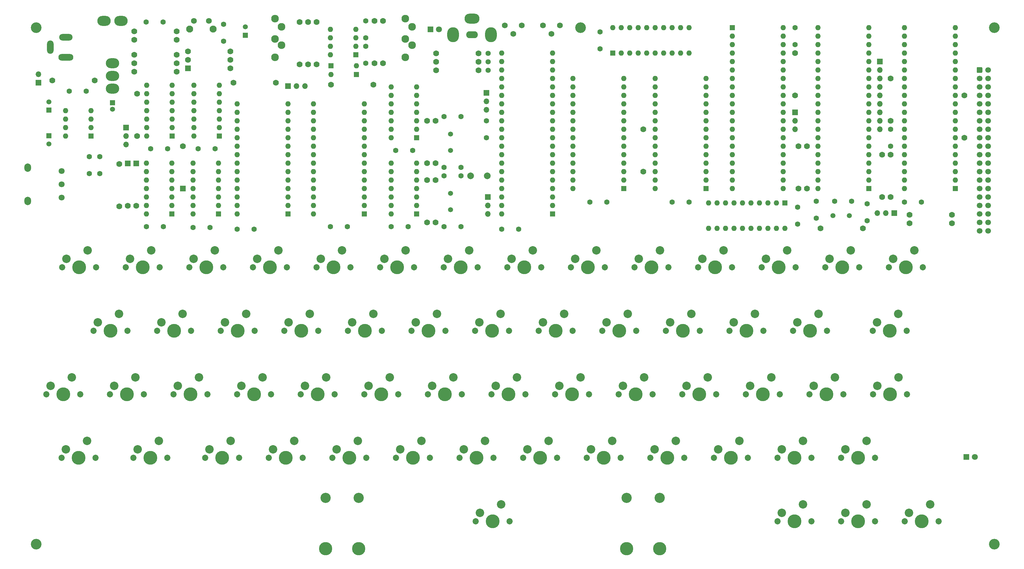
<source format=gbs>
G04 #@! TF.GenerationSoftware,KiCad,Pcbnew,(5.1.9)-1*
G04 #@! TF.CreationDate,2026-01-18T09:55:11+01:00*
G04 #@! TF.ProjectId,COMIX-35,434f4d49-582d-4333-952e-6b696361645f,1.2a*
G04 #@! TF.SameCoordinates,PX2b9a1c0PYd52a500*
G04 #@! TF.FileFunction,Soldermask,Bot*
G04 #@! TF.FilePolarity,Negative*
%FSLAX46Y46*%
G04 Gerber Fmt 4.6, Leading zero omitted, Abs format (unit mm)*
G04 Created by KiCad (PCBNEW (5.1.9)-1) date 2026-01-18 09:55:11*
%MOMM*%
%LPD*%
G01*
G04 APERTURE LIST*
%ADD10C,1.800000*%
%ADD11O,2.000000X2.500000*%
%ADD12C,1.574800*%
%ADD13O,1.600000X1.600000*%
%ADD14R,1.600000X1.600000*%
%ADD15C,1.778000*%
%ADD16C,3.200000*%
%ADD17C,1.700000*%
%ADD18O,4.500000X3.000000*%
%ADD19O,3.500000X4.500000*%
%ADD20O,3.500000X2.100000*%
%ADD21C,2.100000*%
%ADD22C,1.750000*%
%ADD23O,4.000000X3.000000*%
%ADD24C,4.140200*%
%ADD25C,1.854200*%
%ADD26C,2.540000*%
%ADD27C,2.300000*%
%ADD28C,2.000000*%
%ADD29C,1.600200*%
%ADD30C,1.500000*%
%ADD31R,1.500000X1.500000*%
%ADD32R,1.778000X1.778000*%
%ADD33O,2.000000X4.000000*%
%ADD34O,4.000000X2.000000*%
%ADD35O,4.500000X2.000000*%
%ADD36R,1.700000X1.700000*%
%ADD37O,1.700000X1.700000*%
%ADD38R,1.800000X1.800000*%
%ADD39C,3.048000*%
%ADD40C,3.987800*%
G04 APERTURE END LIST*
D10*
X11437000Y109030000D03*
X11437000Y113030000D03*
X11437000Y117030000D03*
D11*
X1270000Y108030000D03*
X1270000Y118030000D03*
D12*
X139192000Y147193000D03*
X139192000Y149733000D03*
X139192000Y152273000D03*
D13*
X176530000Y160020000D03*
X199390000Y152400000D03*
X179070000Y160020000D03*
X196850000Y152400000D03*
X181610000Y160020000D03*
X194310000Y152400000D03*
X184150000Y160020000D03*
X191770000Y152400000D03*
X186690000Y160020000D03*
X189230000Y152400000D03*
X189230000Y160020000D03*
X186690000Y152400000D03*
X191770000Y160020000D03*
X184150000Y152400000D03*
X194310000Y160020000D03*
X181610000Y152400000D03*
X196850000Y160020000D03*
X179070000Y152400000D03*
X199390000Y160020000D03*
D14*
X176530000Y152400000D03*
D13*
X228092000Y99822000D03*
X205232000Y107442000D03*
X225552000Y99822000D03*
X207772000Y107442000D03*
X223012000Y99822000D03*
X210312000Y107442000D03*
X220472000Y99822000D03*
X212852000Y107442000D03*
X217932000Y99822000D03*
X215392000Y107442000D03*
X215392000Y99822000D03*
X217932000Y107442000D03*
X212852000Y99822000D03*
X220472000Y107442000D03*
X210312000Y99822000D03*
X223012000Y107442000D03*
X207772000Y99822000D03*
X225552000Y107442000D03*
X205232000Y99822000D03*
D14*
X228092000Y107442000D03*
D13*
X86868000Y104140000D03*
X102108000Y137160000D03*
X86868000Y106680000D03*
X102108000Y134620000D03*
X86868000Y109220000D03*
X102108000Y132080000D03*
X86868000Y111760000D03*
X102108000Y129540000D03*
X86868000Y114300000D03*
X102108000Y127000000D03*
X86868000Y116840000D03*
X102108000Y124460000D03*
X86868000Y119380000D03*
X102108000Y121920000D03*
X86868000Y121920000D03*
X102108000Y119380000D03*
X86868000Y124460000D03*
X102108000Y116840000D03*
X86868000Y127000000D03*
X102108000Y114300000D03*
X86868000Y129540000D03*
X102108000Y111760000D03*
X86868000Y132080000D03*
X102108000Y109220000D03*
X86868000Y134620000D03*
X102108000Y106680000D03*
X86868000Y137160000D03*
D14*
X102108000Y104140000D03*
D13*
X64008000Y104140000D03*
X79248000Y137160000D03*
X64008000Y106680000D03*
X79248000Y134620000D03*
X64008000Y109220000D03*
X79248000Y132080000D03*
X64008000Y111760000D03*
X79248000Y129540000D03*
X64008000Y114300000D03*
X79248000Y127000000D03*
X64008000Y116840000D03*
X79248000Y124460000D03*
X64008000Y119380000D03*
X79248000Y121920000D03*
X64008000Y121920000D03*
X79248000Y119380000D03*
X64008000Y124460000D03*
X79248000Y116840000D03*
X64008000Y127000000D03*
X79248000Y114300000D03*
X64008000Y129540000D03*
X79248000Y111760000D03*
X64008000Y132080000D03*
X79248000Y109220000D03*
X64008000Y134620000D03*
X79248000Y106680000D03*
X64008000Y137160000D03*
D14*
X79248000Y104140000D03*
D13*
X164592000Y111760000D03*
X179832000Y144780000D03*
X164592000Y114300000D03*
X179832000Y142240000D03*
X164592000Y116840000D03*
X179832000Y139700000D03*
X164592000Y119380000D03*
X179832000Y137160000D03*
X164592000Y121920000D03*
X179832000Y134620000D03*
X164592000Y124460000D03*
X179832000Y132080000D03*
X164592000Y127000000D03*
X179832000Y129540000D03*
X164592000Y129540000D03*
X179832000Y127000000D03*
X164592000Y132080000D03*
X179832000Y124460000D03*
X164592000Y134620000D03*
X179832000Y121920000D03*
X164592000Y137160000D03*
X179832000Y119380000D03*
X164592000Y139700000D03*
X179832000Y116840000D03*
X164592000Y142240000D03*
X179832000Y114300000D03*
X164592000Y144780000D03*
D14*
X179832000Y111760000D03*
D13*
X189230000Y111760000D03*
X204470000Y144780000D03*
X189230000Y114300000D03*
X204470000Y142240000D03*
X189230000Y116840000D03*
X204470000Y139700000D03*
X189230000Y119380000D03*
X204470000Y137160000D03*
X189230000Y121920000D03*
X204470000Y134620000D03*
X189230000Y124460000D03*
X204470000Y132080000D03*
X189230000Y127000000D03*
X204470000Y129540000D03*
X189230000Y129540000D03*
X204470000Y127000000D03*
X189230000Y132080000D03*
X204470000Y124460000D03*
X189230000Y134620000D03*
X204470000Y121920000D03*
X189230000Y137160000D03*
X204470000Y119380000D03*
X189230000Y139700000D03*
X204470000Y116840000D03*
X189230000Y142240000D03*
X204470000Y114300000D03*
X189230000Y144780000D03*
D14*
X204470000Y111760000D03*
D13*
X143256000Y104140000D03*
X158496000Y152400000D03*
X143256000Y106680000D03*
X158496000Y149860000D03*
X143256000Y109220000D03*
X158496000Y147320000D03*
X143256000Y111760000D03*
X158496000Y144780000D03*
X143256000Y114300000D03*
X158496000Y142240000D03*
X143256000Y116840000D03*
X158496000Y139700000D03*
X143256000Y119380000D03*
X158496000Y137160000D03*
X143256000Y121920000D03*
X158496000Y134620000D03*
X143256000Y124460000D03*
X158496000Y132080000D03*
X143256000Y127000000D03*
X158496000Y129540000D03*
X143256000Y129540000D03*
X158496000Y127000000D03*
X143256000Y132080000D03*
X158496000Y124460000D03*
X143256000Y134620000D03*
X158496000Y121920000D03*
X143256000Y137160000D03*
X158496000Y119380000D03*
X143256000Y139700000D03*
X158496000Y116840000D03*
X143256000Y142240000D03*
X158496000Y114300000D03*
X143256000Y144780000D03*
X158496000Y111760000D03*
X143256000Y147320000D03*
X158496000Y109220000D03*
X143256000Y149860000D03*
X158496000Y106680000D03*
X143256000Y152400000D03*
D14*
X158496000Y104140000D03*
D13*
X227584000Y160020000D03*
X212344000Y111760000D03*
X227584000Y157480000D03*
X212344000Y114300000D03*
X227584000Y154940000D03*
X212344000Y116840000D03*
X227584000Y152400000D03*
X212344000Y119380000D03*
X227584000Y149860000D03*
X212344000Y121920000D03*
X227584000Y147320000D03*
X212344000Y124460000D03*
X227584000Y144780000D03*
X212344000Y127000000D03*
X227584000Y142240000D03*
X212344000Y129540000D03*
X227584000Y139700000D03*
X212344000Y132080000D03*
X227584000Y137160000D03*
X212344000Y134620000D03*
X227584000Y134620000D03*
X212344000Y137160000D03*
X227584000Y132080000D03*
X212344000Y139700000D03*
X227584000Y129540000D03*
X212344000Y142240000D03*
X227584000Y127000000D03*
X212344000Y144780000D03*
X227584000Y124460000D03*
X212344000Y147320000D03*
X227584000Y121920000D03*
X212344000Y149860000D03*
X227584000Y119380000D03*
X212344000Y152400000D03*
X227584000Y116840000D03*
X212344000Y154940000D03*
X227584000Y114300000D03*
X212344000Y157480000D03*
X227584000Y111760000D03*
D14*
X212344000Y160020000D03*
D13*
X263906000Y111760000D03*
X279146000Y160020000D03*
X263906000Y114300000D03*
X279146000Y157480000D03*
X263906000Y116840000D03*
X279146000Y154940000D03*
X263906000Y119380000D03*
X279146000Y152400000D03*
X263906000Y121920000D03*
X279146000Y149860000D03*
X263906000Y124460000D03*
X279146000Y147320000D03*
X263906000Y127000000D03*
X279146000Y144780000D03*
X263906000Y129540000D03*
X279146000Y142240000D03*
X263906000Y132080000D03*
X279146000Y139700000D03*
X263906000Y134620000D03*
X279146000Y137160000D03*
X263906000Y137160000D03*
X279146000Y134620000D03*
X263906000Y139700000D03*
X279146000Y132080000D03*
X263906000Y142240000D03*
X279146000Y129540000D03*
X263906000Y144780000D03*
X279146000Y127000000D03*
X263906000Y147320000D03*
X279146000Y124460000D03*
X263906000Y149860000D03*
X279146000Y121920000D03*
X263906000Y152400000D03*
X279146000Y119380000D03*
X263906000Y154940000D03*
X279146000Y116840000D03*
X263906000Y157480000D03*
X279146000Y114300000D03*
X263906000Y160020000D03*
D14*
X279146000Y111760000D03*
D13*
X51054000Y127508000D03*
X58674000Y142748000D03*
X51054000Y130048000D03*
X58674000Y140208000D03*
X51054000Y132588000D03*
X58674000Y137668000D03*
X51054000Y135128000D03*
X58674000Y135128000D03*
X51054000Y137668000D03*
X58674000Y132588000D03*
X51054000Y140208000D03*
X58674000Y130048000D03*
X51054000Y142748000D03*
D14*
X58674000Y127508000D03*
D13*
X50800000Y104140000D03*
X58420000Y119380000D03*
X50800000Y106680000D03*
X58420000Y116840000D03*
X50800000Y109220000D03*
X58420000Y114300000D03*
X50800000Y111760000D03*
X58420000Y111760000D03*
X50800000Y114300000D03*
X58420000Y109220000D03*
X50800000Y116840000D03*
X58420000Y106680000D03*
X50800000Y119380000D03*
D14*
X58420000Y104140000D03*
D13*
X36908999Y127508000D03*
X44528999Y142748000D03*
X36908999Y130048000D03*
X44528999Y140208000D03*
X36908999Y132588000D03*
X44528999Y137668000D03*
X36908999Y135128000D03*
X44528999Y135128000D03*
X36908999Y137668000D03*
X44528999Y132588000D03*
X36908999Y140208000D03*
X44528999Y130048000D03*
X36908999Y142748000D03*
D14*
X44528999Y127508000D03*
D13*
X36830000Y104140000D03*
X44450000Y119380000D03*
X36830000Y106680000D03*
X44450000Y116840000D03*
X36830000Y109220000D03*
X44450000Y114300000D03*
X36830000Y111760000D03*
X44450000Y111760000D03*
X36830000Y114300000D03*
X44450000Y109220000D03*
X36830000Y116840000D03*
X44450000Y106680000D03*
X36830000Y119380000D03*
D14*
X44450000Y104140000D03*
D13*
X110109000Y104140000D03*
X117729000Y119380000D03*
X110109000Y106680000D03*
X117729000Y116840000D03*
X110109000Y109220000D03*
X117729000Y114300000D03*
X110109000Y111760000D03*
X117729000Y111760000D03*
X110109000Y114300000D03*
X117729000Y109220000D03*
X110109000Y116840000D03*
X117729000Y106680000D03*
X110109000Y119380000D03*
D14*
X117729000Y104140000D03*
D13*
X110109000Y127000000D03*
X117729000Y142240000D03*
X110109000Y129540000D03*
X117729000Y139700000D03*
X110109000Y132080000D03*
X117729000Y137160000D03*
X110109000Y134620000D03*
X117729000Y134620000D03*
X110109000Y137160000D03*
X117729000Y132080000D03*
X110109000Y139700000D03*
X117729000Y129540000D03*
X110109000Y142240000D03*
D14*
X117729000Y127000000D03*
D13*
X12573000Y127508000D03*
X20193000Y135128000D03*
X12573000Y130048000D03*
X20193000Y132588000D03*
X12573000Y132588000D03*
X20193000Y130048000D03*
X12573000Y135128000D03*
D14*
X20193000Y127508000D03*
D13*
X237998000Y111760000D03*
X253238000Y160020000D03*
X237998000Y114300000D03*
X253238000Y157480000D03*
X237998000Y116840000D03*
X253238000Y154940000D03*
X237998000Y119380000D03*
X253238000Y152400000D03*
X237998000Y121920000D03*
X253238000Y149860000D03*
X237998000Y124460000D03*
X253238000Y147320000D03*
X237998000Y127000000D03*
X253238000Y144780000D03*
X237998000Y129540000D03*
X253238000Y142240000D03*
X237998000Y132080000D03*
X253238000Y139700000D03*
X237998000Y134620000D03*
X253238000Y137160000D03*
X237998000Y137160000D03*
X253238000Y134620000D03*
X237998000Y139700000D03*
X253238000Y132080000D03*
X237998000Y142240000D03*
X253238000Y129540000D03*
X237998000Y144780000D03*
X253238000Y127000000D03*
X237998000Y147320000D03*
X253238000Y124460000D03*
X237998000Y149860000D03*
X253238000Y121920000D03*
X237998000Y152400000D03*
X253238000Y119380000D03*
X237998000Y154940000D03*
X253238000Y116840000D03*
X237998000Y157480000D03*
X253238000Y114300000D03*
X237998000Y160020000D03*
D14*
X253238000Y111760000D03*
D15*
X87757000Y148971000D03*
X87757000Y161671000D03*
X85217000Y148971000D03*
X85217000Y161671000D03*
X82677000Y161671000D03*
X82677000Y148971000D03*
D16*
X166878000Y160020000D03*
D17*
X288925000Y99060000D03*
X288925000Y101600000D03*
X288925000Y104140000D03*
X288925000Y106680000D03*
X288925000Y109220000D03*
X288925000Y111760000D03*
X288925000Y114300000D03*
X288925000Y116840000D03*
X288925000Y119380000D03*
X288925000Y121920000D03*
X288925000Y124460000D03*
X288925000Y127000000D03*
X288925000Y129540000D03*
X288925000Y132080000D03*
X288925000Y134620000D03*
X288925000Y137160000D03*
X288925000Y139700000D03*
X288925000Y142240000D03*
X288925000Y144780000D03*
X288925000Y147320000D03*
X286385000Y99060000D03*
X286385000Y101600000D03*
X286385000Y104140000D03*
X286385000Y106680000D03*
X286385000Y109220000D03*
X286385000Y111760000D03*
X286385000Y114300000D03*
X286385000Y116840000D03*
X286385000Y119380000D03*
X286385000Y121920000D03*
X286385000Y124460000D03*
X286385000Y127000000D03*
X286385000Y129540000D03*
X286385000Y132080000D03*
X286385000Y134620000D03*
X286385000Y137160000D03*
X286385000Y139700000D03*
X286385000Y142240000D03*
X286385000Y144780000D03*
G36*
G01*
X285535000Y146720000D02*
X285535000Y147920000D01*
G75*
G02*
X285785000Y148170000I250000J0D01*
G01*
X286985000Y148170000D01*
G75*
G02*
X287235000Y147920000I0J-250000D01*
G01*
X287235000Y146720000D01*
G75*
G02*
X286985000Y146470000I-250000J0D01*
G01*
X285785000Y146470000D01*
G75*
G02*
X285535000Y146720000I0J250000D01*
G01*
G37*
D15*
X259715000Y121920000D03*
X259715000Y109220000D03*
D16*
X290830000Y5080000D03*
X290830000Y160020000D03*
X3810000Y5080000D03*
X3810000Y160020000D03*
D13*
X91948000Y151892000D03*
X99568000Y159512000D03*
X91948000Y154432000D03*
X99568000Y156972000D03*
X91948000Y156972000D03*
X99568000Y154432000D03*
X91948000Y159512000D03*
D14*
X99568000Y151892000D03*
D13*
X92075000Y145923000D03*
D14*
X99695000Y145923000D03*
D13*
X99695000Y148590000D03*
D14*
X92075000Y148590000D03*
D18*
X134366000Y162734000D03*
D19*
X140066000Y157934000D03*
D20*
X134366000Y157934000D03*
D19*
X128666000Y157934000D03*
D21*
X49804000Y159562000D03*
D22*
X51054000Y162052000D03*
X55554000Y162052000D03*
D21*
X56814000Y159562000D03*
D23*
X26670000Y141732000D03*
X26670000Y145542000D03*
X26670000Y149352000D03*
X24130000Y162052000D03*
X29210000Y162052000D03*
D22*
X160655000Y160655000D03*
X158115000Y158115000D03*
X155575000Y160655000D03*
X149225000Y160655000D03*
X146685000Y158115000D03*
X144145000Y160655000D03*
D24*
X16510000Y30988000D03*
D25*
X21590000Y30988000D03*
X11430000Y30988000D03*
D26*
X19050000Y36068000D03*
X12700000Y33528000D03*
D24*
X264287000Y88138000D03*
D25*
X269367000Y88138000D03*
X259207000Y88138000D03*
D26*
X266827000Y93218000D03*
X260477000Y90678000D03*
D27*
X114416000Y151087000D03*
X116416000Y154787000D03*
X114416000Y156587000D03*
X116416000Y160287000D03*
X114416000Y162687000D03*
X75311000Y151087000D03*
X77311000Y154787000D03*
X75311000Y156587000D03*
X77311000Y160287000D03*
X75311000Y162687000D03*
D24*
X207137000Y88138000D03*
D25*
X212217000Y88138000D03*
X202057000Y88138000D03*
D26*
X209677000Y93218000D03*
X203327000Y90678000D03*
D24*
X35687000Y88138000D03*
D25*
X40767000Y88138000D03*
X30607000Y88138000D03*
D26*
X38227000Y93218000D03*
X31877000Y90678000D03*
D24*
X54737000Y88138000D03*
D25*
X59817000Y88138000D03*
X49657000Y88138000D03*
D26*
X57277000Y93218000D03*
X50927000Y90678000D03*
D24*
X73787000Y88138000D03*
D25*
X78867000Y88138000D03*
X68707000Y88138000D03*
D26*
X76327000Y93218000D03*
X69977000Y90678000D03*
D24*
X92837000Y88138000D03*
D25*
X97917000Y88138000D03*
X87757000Y88138000D03*
D26*
X95377000Y93218000D03*
X89027000Y90678000D03*
D24*
X111887000Y88138000D03*
D25*
X116967000Y88138000D03*
X106807000Y88138000D03*
D26*
X114427000Y93218000D03*
X108077000Y90678000D03*
D24*
X130937000Y88138000D03*
D25*
X136017000Y88138000D03*
X125857000Y88138000D03*
D26*
X133477000Y93218000D03*
X127127000Y90678000D03*
D24*
X149987000Y88138000D03*
D25*
X155067000Y88138000D03*
X144907000Y88138000D03*
D26*
X152527000Y93218000D03*
X146177000Y90678000D03*
D24*
X169037000Y88138000D03*
D25*
X174117000Y88138000D03*
X163957000Y88138000D03*
D26*
X171577000Y93218000D03*
X165227000Y90678000D03*
D24*
X188087000Y88138000D03*
D25*
X193167000Y88138000D03*
X183007000Y88138000D03*
D26*
X190627000Y93218000D03*
X184277000Y90678000D03*
D24*
X211899500Y30988000D03*
D25*
X216979500Y30988000D03*
X206819500Y30988000D03*
D26*
X214439500Y36068000D03*
X208089500Y33528000D03*
D24*
X192849500Y30988000D03*
D25*
X197929500Y30988000D03*
X187769500Y30988000D03*
D26*
X195389500Y36068000D03*
X189039500Y33528000D03*
D24*
X226187000Y88138000D03*
D25*
X231267000Y88138000D03*
X221107000Y88138000D03*
D26*
X228727000Y93218000D03*
X222377000Y90678000D03*
D24*
X245237000Y88138000D03*
D25*
X250317000Y88138000D03*
X240157000Y88138000D03*
D26*
X247777000Y93218000D03*
X241427000Y90678000D03*
D24*
X235585000Y69088000D03*
D25*
X240665000Y69088000D03*
X230505000Y69088000D03*
D26*
X238125000Y74168000D03*
X231775000Y71628000D03*
D24*
X30988000Y50038000D03*
D25*
X36068000Y50038000D03*
X25908000Y50038000D03*
D26*
X33528000Y55118000D03*
X27178000Y52578000D03*
D24*
X50038000Y50038000D03*
D25*
X55118000Y50038000D03*
X44958000Y50038000D03*
D26*
X52578000Y55118000D03*
X46228000Y52578000D03*
D24*
X135699500Y30988000D03*
D25*
X140779500Y30988000D03*
X130619500Y30988000D03*
D26*
X138239500Y36068000D03*
X131889500Y33528000D03*
D24*
X97599500Y30988000D03*
D25*
X102679500Y30988000D03*
X92519500Y30988000D03*
D26*
X100139500Y36068000D03*
X93789500Y33528000D03*
D24*
X88138000Y50038000D03*
D25*
X93218000Y50038000D03*
X83058000Y50038000D03*
D26*
X90678000Y55118000D03*
X84328000Y52578000D03*
D24*
X83185000Y69088000D03*
D25*
X88265000Y69088000D03*
X78105000Y69088000D03*
D26*
X85725000Y74168000D03*
X79375000Y71628000D03*
D24*
X107188000Y50038000D03*
D25*
X112268000Y50038000D03*
X102108000Y50038000D03*
D26*
X109728000Y55118000D03*
X103378000Y52578000D03*
D24*
X126238000Y50038000D03*
D25*
X131318000Y50038000D03*
X121158000Y50038000D03*
D26*
X128778000Y55118000D03*
X122428000Y52578000D03*
D24*
X145288000Y50038000D03*
D25*
X150368000Y50038000D03*
X140208000Y50038000D03*
D26*
X147828000Y55118000D03*
X141478000Y52578000D03*
D24*
X178435000Y69088000D03*
D25*
X183515000Y69088000D03*
X173355000Y69088000D03*
D26*
X180975000Y74168000D03*
X174625000Y71628000D03*
D24*
X164338000Y50038000D03*
D25*
X169418000Y50038000D03*
X159258000Y50038000D03*
D26*
X166878000Y55118000D03*
X160528000Y52578000D03*
D24*
X183388000Y50038000D03*
D25*
X188468000Y50038000D03*
X178308000Y50038000D03*
D26*
X185928000Y55118000D03*
X179578000Y52578000D03*
D24*
X202438000Y50038000D03*
D25*
X207518000Y50038000D03*
X197358000Y50038000D03*
D26*
X204978000Y55118000D03*
X198628000Y52578000D03*
D24*
X173799500Y30988000D03*
D25*
X178879500Y30988000D03*
X168719500Y30988000D03*
D26*
X176339500Y36068000D03*
X169989500Y33528000D03*
D24*
X154749500Y30988000D03*
D25*
X159829500Y30988000D03*
X149669500Y30988000D03*
D26*
X157289500Y36068000D03*
X150939500Y33528000D03*
D24*
X197485000Y69088000D03*
D25*
X202565000Y69088000D03*
X192405000Y69088000D03*
D26*
X200025000Y74168000D03*
X193675000Y71628000D03*
D24*
X216535000Y69088000D03*
D25*
X221615000Y69088000D03*
X211455000Y69088000D03*
D26*
X219075000Y74168000D03*
X212725000Y71628000D03*
D24*
X45085000Y69088000D03*
D25*
X50165000Y69088000D03*
X40005000Y69088000D03*
D26*
X47625000Y74168000D03*
X41275000Y71628000D03*
D24*
X102235000Y69088000D03*
D25*
X107315000Y69088000D03*
X97155000Y69088000D03*
D26*
X104775000Y74168000D03*
X98425000Y71628000D03*
D24*
X69088000Y50038000D03*
D25*
X74168000Y50038000D03*
X64008000Y50038000D03*
D26*
X71628000Y55118000D03*
X65278000Y52578000D03*
D24*
X121285000Y69088000D03*
D25*
X126365000Y69088000D03*
X116205000Y69088000D03*
D26*
X123825000Y74168000D03*
X117475000Y71628000D03*
D24*
X159385000Y69088000D03*
D25*
X164465000Y69088000D03*
X154305000Y69088000D03*
D26*
X161925000Y74168000D03*
X155575000Y71628000D03*
D24*
X116649500Y30988000D03*
D25*
X121729500Y30988000D03*
X111569500Y30988000D03*
D26*
X119189500Y36068000D03*
X112839500Y33528000D03*
D24*
X64135000Y69088000D03*
D25*
X69215000Y69088000D03*
X59055000Y69088000D03*
D26*
X66675000Y74168000D03*
X60325000Y71628000D03*
D24*
X78549500Y30988000D03*
D25*
X83629500Y30988000D03*
X73469500Y30988000D03*
D26*
X81089500Y36068000D03*
X74739500Y33528000D03*
D24*
X140335000Y69088000D03*
D25*
X145415000Y69088000D03*
X135255000Y69088000D03*
D26*
X142875000Y74168000D03*
X136525000Y71628000D03*
D24*
X59499500Y30988000D03*
D25*
X64579500Y30988000D03*
X54419500Y30988000D03*
D26*
X62039500Y36068000D03*
X55689500Y33528000D03*
D24*
X221488000Y50038000D03*
D25*
X226568000Y50038000D03*
X216408000Y50038000D03*
D26*
X224028000Y55118000D03*
X217678000Y52578000D03*
D24*
X240538000Y50038000D03*
D25*
X245618000Y50038000D03*
X235458000Y50038000D03*
D26*
X243078000Y55118000D03*
X236728000Y52578000D03*
D24*
X259588000Y50038000D03*
D25*
X264668000Y50038000D03*
X254508000Y50038000D03*
D26*
X262128000Y55118000D03*
X255778000Y52578000D03*
D24*
X230949500Y30988000D03*
D25*
X236029500Y30988000D03*
X225869500Y30988000D03*
D26*
X233489500Y36068000D03*
X227139500Y33528000D03*
D24*
X26035000Y69088000D03*
D25*
X31115000Y69088000D03*
X20955000Y69088000D03*
D26*
X28575000Y74168000D03*
X22225000Y71628000D03*
D24*
X16637000Y88138000D03*
D25*
X21717000Y88138000D03*
X11557000Y88138000D03*
D26*
X19177000Y93218000D03*
X12827000Y90678000D03*
D28*
X138898000Y115570000D03*
X133898000Y115570000D03*
D29*
X111506000Y123190000D03*
X116586000Y123190000D03*
X110109000Y100330000D03*
X115189000Y100330000D03*
X36830000Y100330000D03*
X41910000Y100330000D03*
X38100000Y123698000D03*
X43180000Y123698000D03*
X50800000Y100076000D03*
X55880000Y100076000D03*
D30*
X26670000Y135525000D03*
D31*
X26670000Y137525000D03*
D29*
X52324000Y123698000D03*
X57404000Y123698000D03*
X259715000Y124460000D03*
X259715000Y129540000D03*
X263906000Y107696000D03*
X268986000Y107696000D03*
X172720000Y158750000D03*
X172720000Y153670000D03*
X231140000Y160020000D03*
X231140000Y154940000D03*
X125984000Y100330000D03*
X131064000Y100330000D03*
X194310000Y107696000D03*
X199390000Y107696000D03*
X125984000Y115570000D03*
X131064000Y115570000D03*
X169672000Y107696000D03*
X174752000Y107696000D03*
X143256000Y99568000D03*
X148336000Y99568000D03*
X125984000Y118110000D03*
X131064000Y118110000D03*
X125984000Y133350000D03*
X131064000Y133350000D03*
X64008000Y99568000D03*
X69088000Y99568000D03*
X91948000Y100330000D03*
X97028000Y100330000D03*
X59944000Y155956000D03*
X59944000Y161036000D03*
X252730000Y102108000D03*
X252730000Y107188000D03*
X237490000Y102870000D03*
X237490000Y107950000D03*
X242951000Y107950000D03*
X248031000Y107950000D03*
X231902000Y101092000D03*
X231902000Y106172000D03*
X102489000Y156972000D03*
X102489000Y162052000D03*
X102489000Y154432000D03*
X102489000Y149352000D03*
X19685000Y121285000D03*
X19685000Y116205000D03*
X22860000Y121285000D03*
X22860000Y116205000D03*
D30*
X7620000Y125115000D03*
D31*
X7620000Y127615000D03*
D29*
X13716000Y140970000D03*
X18796000Y140970000D03*
D30*
X7620000Y137775000D03*
D31*
X7620000Y135275000D03*
D29*
X36703000Y161671000D03*
X41783000Y161671000D03*
D30*
X66421000Y160254000D03*
D31*
X66421000Y157754000D03*
D15*
X33782000Y106553000D03*
D32*
X33782000Y119253000D03*
D15*
X47752000Y124460000D03*
D32*
X47752000Y111760000D03*
D15*
X31242000Y106553000D03*
D32*
X31242000Y119253000D03*
D33*
X8000000Y154146000D03*
D34*
X12700000Y157146000D03*
D35*
X12700000Y151146000D03*
D36*
X4445000Y143510000D03*
D37*
X4445000Y146050000D03*
D36*
X139065000Y109220000D03*
D37*
X139065000Y106680000D03*
X139065000Y104140000D03*
D36*
X138684000Y140462000D03*
D37*
X138684000Y137922000D03*
X138684000Y135382000D03*
D36*
X30734000Y130048000D03*
D37*
X30734000Y127508000D03*
X30734000Y124968000D03*
D36*
X260858000Y104394000D03*
D37*
X258318000Y104394000D03*
X255778000Y104394000D03*
D36*
X79248000Y142494000D03*
D37*
X81788000Y142494000D03*
X84328000Y142494000D03*
D36*
X231140000Y134620000D03*
D37*
X231140000Y132080000D03*
X231140000Y129540000D03*
D15*
X257175000Y121920000D03*
X257175000Y109220000D03*
X278130000Y103886000D03*
X265430000Y103886000D03*
X120904000Y101600000D03*
X120904000Y114300000D03*
X123444000Y114300000D03*
X123444000Y101600000D03*
X120904000Y119380000D03*
X120904000Y132080000D03*
X123444000Y132080000D03*
X123444000Y119380000D03*
X136271000Y147193000D03*
X123571000Y147193000D03*
X123571000Y152273000D03*
X136271000Y152273000D03*
X123571000Y149733000D03*
X136271000Y149733000D03*
X34036000Y127508000D03*
X34036000Y140208000D03*
X259715000Y144780000D03*
X259715000Y132080000D03*
X49276000Y152908000D03*
X61976000Y152908000D03*
X238760000Y99822000D03*
X251460000Y99822000D03*
X281813000Y139700000D03*
X281813000Y127000000D03*
X28702000Y119126000D03*
X28702000Y106426000D03*
X234696000Y111760000D03*
X234696000Y124460000D03*
X232156000Y124460000D03*
X232156000Y111760000D03*
X45847000Y151892000D03*
X33147000Y151892000D03*
X45847000Y149352000D03*
X33147000Y149352000D03*
X62865000Y143510000D03*
X75565000Y143510000D03*
X104775000Y142875000D03*
X92075000Y142875000D03*
X107696000Y162052000D03*
X107696000Y149352000D03*
X105156000Y149352000D03*
X105156000Y162052000D03*
X8636000Y144145000D03*
X21336000Y144145000D03*
X45847000Y158877000D03*
X33147000Y158877000D03*
X45847000Y156337000D03*
X33147000Y156337000D03*
X185674000Y116840000D03*
X185674000Y129540000D03*
X231140000Y152400000D03*
X231140000Y139700000D03*
D36*
X256540000Y149860000D03*
D37*
X256540000Y147320000D03*
X256540000Y144780000D03*
X256540000Y142240000D03*
X256540000Y139700000D03*
X256540000Y137160000D03*
X256540000Y134620000D03*
X256540000Y132080000D03*
X256540000Y129540000D03*
D30*
X127889000Y105410000D03*
X127889000Y110290000D03*
X127889000Y123190000D03*
X127889000Y128070000D03*
X247396000Y103632000D03*
X242516000Y103632000D03*
D26*
X136715500Y14478000D03*
X143065500Y17018000D03*
D25*
X135445500Y11938000D03*
X145605500Y11938000D03*
D24*
X140525500Y11938000D03*
D38*
X282448000Y31242000D03*
D10*
X284988000Y31242000D03*
D15*
X265430000Y101346000D03*
X278130000Y101346000D03*
D39*
X180657500Y18923000D03*
D40*
X180657500Y3683000D03*
X100393500Y3683000D03*
D39*
X100393500Y18923000D03*
X190563500Y18923000D03*
D40*
X190563500Y3683000D03*
X90487500Y3683000D03*
D39*
X90487500Y18923000D03*
D24*
X249999500Y30988000D03*
D25*
X255079500Y30988000D03*
X244919500Y30988000D03*
D26*
X252539500Y36068000D03*
X246189500Y33528000D03*
D24*
X269049500Y11938000D03*
D25*
X274129500Y11938000D03*
X263969500Y11938000D03*
D26*
X271589500Y17018000D03*
X265239500Y14478000D03*
D24*
X230949500Y11938000D03*
D25*
X236029500Y11938000D03*
X225869500Y11938000D03*
D26*
X233489500Y17018000D03*
X227139500Y14478000D03*
D24*
X249999500Y11938000D03*
D25*
X255079500Y11938000D03*
X244919500Y11938000D03*
D26*
X252539500Y17018000D03*
X246189500Y14478000D03*
D29*
X138684000Y132080000D03*
X138684000Y127000000D03*
D15*
X61976000Y147828000D03*
D32*
X49276000Y147828000D03*
D15*
X49276000Y150368000D03*
X61976000Y150368000D03*
D26*
X255651000Y71628000D03*
X262001000Y74168000D03*
D25*
X254381000Y69088000D03*
X264541000Y69088000D03*
D24*
X259461000Y69088000D03*
D26*
X8128000Y52578000D03*
X14478000Y55118000D03*
D25*
X6858000Y50038000D03*
X17018000Y50038000D03*
D24*
X11938000Y50038000D03*
X38036500Y30988000D03*
D25*
X43116500Y30988000D03*
X32956500Y30988000D03*
D26*
X40576500Y36068000D03*
X34226500Y33528000D03*
D10*
X124460000Y159512000D03*
D38*
X121920000Y159512000D03*
D15*
X33147000Y146812000D03*
X45847000Y146812000D03*
M02*

</source>
